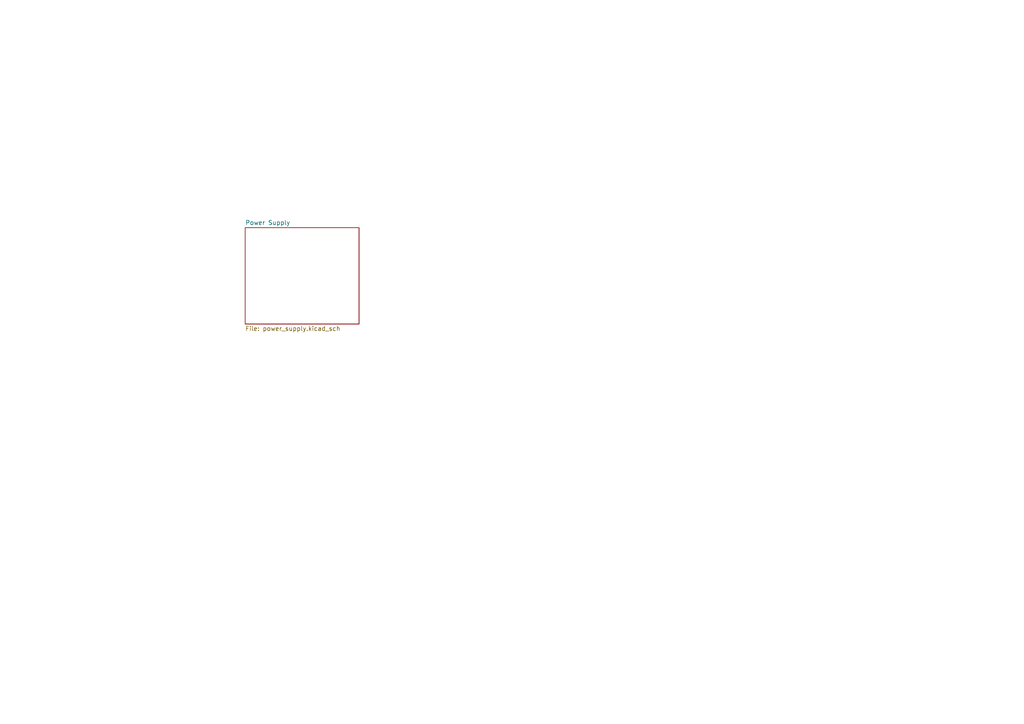
<source format=kicad_sch>
(kicad_sch (version 20230121) (generator eeschema)

  (uuid 1490551a-2c24-45df-b317-45d6c7f84af9)

  (paper "A4")

  (lib_symbols
  )


  (sheet (at 71.12 66.04) (size 33.02 27.94) (fields_autoplaced)
    (stroke (width 0.1524) (type solid))
    (fill (color 0 0 0 0.0000))
    (uuid 1ba98658-464e-4305-848f-5f718e928d99)
    (property "Sheetname" "Power Supply" (at 71.12 65.3284 0)
      (effects (font (size 1.27 1.27)) (justify left bottom))
    )
    (property "Sheetfile" "power_supply.kicad_sch" (at 71.12 94.5646 0)
      (effects (font (size 1.27 1.27)) (justify left top))
    )
    (instances
      (project "light_wand"
        (path "/1490551a-2c24-45df-b317-45d6c7f84af9" (page "2"))
      )
    )
  )

  (sheet_instances
    (path "/" (page "1"))
  )
)

</source>
